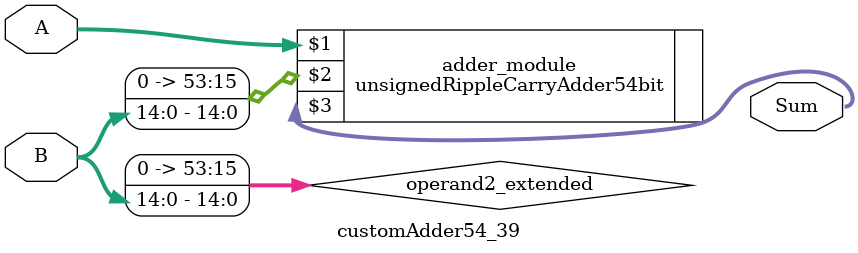
<source format=v>
module customAdder54_39(
                        input [53 : 0] A,
                        input [14 : 0] B,
                        
                        output [54 : 0] Sum
                );

        wire [53 : 0] operand2_extended;
        
        assign operand2_extended =  {39'b0, B};
        
        unsignedRippleCarryAdder54bit adder_module(
            A,
            operand2_extended,
            Sum
        );
        
        endmodule
        
</source>
